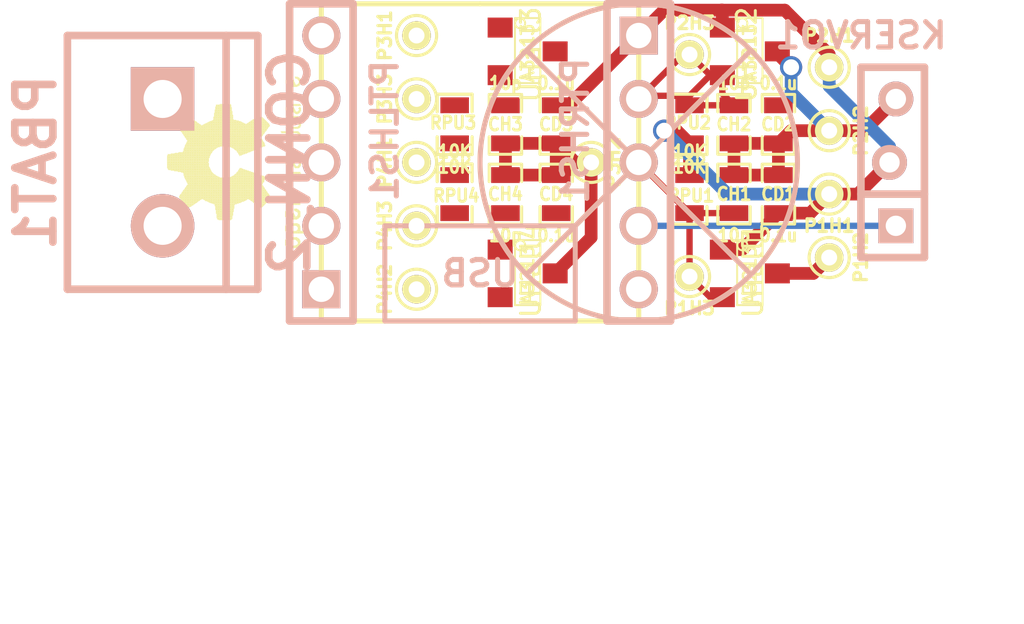
<source format=kicad_pcb>
(kicad_pcb (version 3) (host pcbnew "(2013-mar-25)-stable")
  (layers (15 F.Cu signal) (0 B.Cu signal) (18 B.Paste user) (19 F.Paste user) (20 B.SilkS user) (21 F.SilkS user) (22 B.Mask user) (23 F.Mask user) (28 Edge.Cuts user))
  (net 0 "")
  (net 1 +BATT)
  (net 2 /PB0)
  (net 3 /hallsensor1/hall1)
  (net 4 /hallsensor2/hall2)
  (net 5 /hallsensor3/hall3)
  (net 6 /hallsensor4/hall4)
  (net 7 VCC)
  (net 8 VSS)
  (module SOT-23W (layer F.Cu) (at 46.355 46.355 270)
    (fp_text reference UHall3 (at 0.127 -0.127 270) (layer F.SilkS) (effects (font (size 0.762 0.762) (thickness 0.11938))))
    (fp_text value A3213 (at 0.0635 0 270) (layer F.SilkS) (effects (font (size 0.50038 0.50038) (thickness 0.09906))))
    (pad 2 smd rect (at 0 -1.09982 270) (size 0.8001 1.00076) (layers F.Cu F.Paste F.Mask) (net 8 VSS))
    (pad 3 smd rect (at 0.9525 1.09982 270) (size 0.8001 1.00076) (layers F.Cu F.Paste F.Mask) (net 5 /hallsensor3/hall3))
    (pad 1 smd rect (at -0.9525 1.09982 270) (size 0.8001 1.00076) (layers F.Cu F.Paste F.Mask) (net 7 VCC))
  )
  (module SOT-23W (layer F.Cu) (at 55.245 46.355 270)
    (fp_text reference UHall2 (at 0.127 0.127 270) (layer F.SilkS) (effects (font (size 0.762 0.762) (thickness 0.11938))))
    (fp_text value A3213 (at 0.0635 0 270) (layer F.SilkS) (effects (font (size 0.50038 0.50038) (thickness 0.09906))))
    (pad 2 smd rect (at 0 -1.09982 270) (size 0.8001 1.00076) (layers F.Cu F.Paste F.Mask) (net 8 VSS))
    (pad 3 smd rect (at 0.9525 1.09982 270) (size 0.8001 1.00076) (layers F.Cu F.Paste F.Mask) (net 4 /hallsensor2/hall2))
    (pad 1 smd rect (at -0.9525 1.09982 270) (size 0.8001 1.00076) (layers F.Cu F.Paste F.Mask) (net 7 VCC))
  )
  (module SOT-23W (layer F.Cu) (at 46.355 55.245 270)
    (fp_text reference UHall4 (at -0.127 -0.127 270) (layer F.SilkS) (effects (font (size 0.762 0.762) (thickness 0.11938))))
    (fp_text value A3213 (at 0.0635 0 270) (layer F.SilkS) (effects (font (size 0.50038 0.50038) (thickness 0.09906))))
    (pad 2 smd rect (at 0 -1.09982 270) (size 0.8001 1.00076) (layers F.Cu F.Paste F.Mask) (net 8 VSS))
    (pad 3 smd rect (at 0.9525 1.09982 270) (size 0.8001 1.00076) (layers F.Cu F.Paste F.Mask) (net 6 /hallsensor4/hall4))
    (pad 1 smd rect (at -0.9525 1.09982 270) (size 0.8001 1.00076) (layers F.Cu F.Paste F.Mask) (net 7 VCC))
  )
  (module SOT-23W (layer F.Cu) (at 55.245 55.245 270)
    (fp_text reference UHall1 (at -0.127 -0.127 270) (layer F.SilkS) (effects (font (size 0.762 0.762) (thickness 0.11938))))
    (fp_text value A3213 (at 0.0635 0 270) (layer F.SilkS) (effects (font (size 0.50038 0.50038) (thickness 0.09906))))
    (pad 2 smd rect (at 0 -1.09982 270) (size 0.8001 1.00076) (layers F.Cu F.Paste F.Mask) (net 8 VSS))
    (pad 3 smd rect (at 0.9525 1.09982 270) (size 0.8001 1.00076) (layers F.Cu F.Paste F.Mask) (net 3 /hallsensor1/hall1))
    (pad 1 smd rect (at -0.9525 1.09982 270) (size 0.8001 1.00076) (layers F.Cu F.Paste F.Mask) (net 7 VCC))
  )
  (module SM0603_Resistor (layer F.Cu) (at 52.832 52.07 270)
    (fp_text reference RPU1 (at 0.0635 -0.0635 360) (layer F.SilkS) (effects (font (size 0.50038 0.4572) (thickness 0.1143))))
    (fp_text value 10K (at -1.69926 0 360) (layer F.SilkS) (effects (font (size 0.508 0.4572) (thickness 0.1143))))
    (pad 1 smd rect (at -0.762 0 270) (size 0.635 1.143) (layers F.Cu F.Paste F.Mask) (net 7 VCC))
    (pad 2 smd rect (at 0.762 0 270) (size 0.635 1.143) (layers F.Cu F.Paste F.Mask) (net 3 /hallsensor1/hall1))
  )
  (module SM0603_Resistor (layer F.Cu) (at 52.832 49.276 90)
    (fp_text reference RPU2 (at 0.0635 -0.0635 180) (layer F.SilkS) (effects (font (size 0.50038 0.4572) (thickness 0.1143))))
    (fp_text value 10K (at -1.69926 0 180) (layer F.SilkS) (effects (font (size 0.508 0.4572) (thickness 0.1143))))
    (pad 1 smd rect (at -0.762 0 90) (size 0.635 1.143) (layers F.Cu F.Paste F.Mask) (net 7 VCC))
    (pad 2 smd rect (at 0.762 0 90) (size 0.635 1.143) (layers F.Cu F.Paste F.Mask) (net 4 /hallsensor2/hall2))
  )
  (module SM0603_Resistor (layer F.Cu) (at 43.434 49.276 90)
    (fp_text reference RPU3 (at 0.0635 -0.0635 180) (layer F.SilkS) (effects (font (size 0.50038 0.4572) (thickness 0.1143))))
    (fp_text value 10K (at -1.69926 0 180) (layer F.SilkS) (effects (font (size 0.508 0.4572) (thickness 0.1143))))
    (pad 1 smd rect (at -0.762 0 90) (size 0.635 1.143) (layers F.Cu F.Paste F.Mask) (net 7 VCC))
    (pad 2 smd rect (at 0.762 0 90) (size 0.635 1.143) (layers F.Cu F.Paste F.Mask) (net 5 /hallsensor3/hall3))
  )
  (module SM0603_Resistor (layer F.Cu) (at 43.434 52.07 270)
    (fp_text reference RPU4 (at 0.0635 -0.0635 360) (layer F.SilkS) (effects (font (size 0.50038 0.4572) (thickness 0.1143))))
    (fp_text value 10K (at -1.69926 0 360) (layer F.SilkS) (effects (font (size 0.508 0.4572) (thickness 0.1143))))
    (pad 1 smd rect (at -0.762 0 270) (size 0.635 1.143) (layers F.Cu F.Paste F.Mask) (net 7 VCC))
    (pad 2 smd rect (at 0.762 0 270) (size 0.635 1.143) (layers F.Cu F.Paste F.Mask) (net 6 /hallsensor4/hall4))
  )
  (module SM0603_Capa (layer F.Cu) (at 45.466 49.276 270)
    (fp_text reference CH3 (at 0 0 360) (layer F.SilkS) (effects (font (size 0.508 0.4572) (thickness 0.1143))))
    (fp_text value 10p (at -1.651 0 360) (layer F.SilkS) (effects (font (size 0.508 0.4572) (thickness 0.1143))))
    (pad 1 smd rect (at -0.762 0 270) (size 0.635 1.143) (layers F.Cu F.Paste F.Mask) (net 5 /hallsensor3/hall3))
    (pad 2 smd rect (at 0.762 0 270) (size 0.635 1.143) (layers F.Cu F.Paste F.Mask) (net 8 VSS))
  )
  (module SM0603_Capa (layer F.Cu) (at 47.498 49.276 270)
    (fp_text reference CD3 (at 0 0 360) (layer F.SilkS) (effects (font (size 0.508 0.4572) (thickness 0.1143))))
    (fp_text value 0.1u (at -1.651 0 360) (layer F.SilkS) (effects (font (size 0.508 0.4572) (thickness 0.1143))))
    (pad 1 smd rect (at -0.762 0 270) (size 0.635 1.143) (layers F.Cu F.Paste F.Mask) (net 7 VCC))
    (pad 2 smd rect (at 0.762 0 270) (size 0.635 1.143) (layers F.Cu F.Paste F.Mask) (net 8 VSS))
  )
  (module SM0603_Capa (layer F.Cu) (at 45.466 52.07 90)
    (fp_text reference CH4 (at 0 0 180) (layer F.SilkS) (effects (font (size 0.508 0.4572) (thickness 0.1143))))
    (fp_text value 10p (at -1.651 0 180) (layer F.SilkS) (effects (font (size 0.508 0.4572) (thickness 0.1143))))
    (pad 1 smd rect (at -0.762 0 90) (size 0.635 1.143) (layers F.Cu F.Paste F.Mask) (net 6 /hallsensor4/hall4))
    (pad 2 smd rect (at 0.762 0 90) (size 0.635 1.143) (layers F.Cu F.Paste F.Mask) (net 8 VSS))
  )
  (module SM0603_Capa (layer F.Cu) (at 47.498 52.07 90)
    (fp_text reference CD4 (at 0 0 180) (layer F.SilkS) (effects (font (size 0.508 0.4572) (thickness 0.1143))))
    (fp_text value 0.1u (at -1.651 0 180) (layer F.SilkS) (effects (font (size 0.508 0.4572) (thickness 0.1143))))
    (pad 1 smd rect (at -0.762 0 90) (size 0.635 1.143) (layers F.Cu F.Paste F.Mask) (net 7 VCC))
    (pad 2 smd rect (at 0.762 0 90) (size 0.635 1.143) (layers F.Cu F.Paste F.Mask) (net 8 VSS))
  )
  (module SM0603_Capa (layer F.Cu) (at 54.61 52.07 90)
    (fp_text reference CH1 (at 0 0 180) (layer F.SilkS) (effects (font (size 0.508 0.4572) (thickness 0.1143))))
    (fp_text value 10p (at -1.651 0 180) (layer F.SilkS) (effects (font (size 0.508 0.4572) (thickness 0.1143))))
    (pad 1 smd rect (at -0.762 0 90) (size 0.635 1.143) (layers F.Cu F.Paste F.Mask) (net 3 /hallsensor1/hall1))
    (pad 2 smd rect (at 0.762 0 90) (size 0.635 1.143) (layers F.Cu F.Paste F.Mask) (net 8 VSS))
  )
  (module SM0603_Capa (layer F.Cu) (at 56.388 52.07 90)
    (fp_text reference CD1 (at 0 0 180) (layer F.SilkS) (effects (font (size 0.508 0.4572) (thickness 0.1143))))
    (fp_text value 0.1u (at -1.651 0 180) (layer F.SilkS) (effects (font (size 0.508 0.4572) (thickness 0.1143))))
    (pad 1 smd rect (at -0.762 0 90) (size 0.635 1.143) (layers F.Cu F.Paste F.Mask) (net 7 VCC))
    (pad 2 smd rect (at 0.762 0 90) (size 0.635 1.143) (layers F.Cu F.Paste F.Mask) (net 8 VSS))
  )
  (module SM0603_Capa (layer F.Cu) (at 54.61 49.276 270)
    (fp_text reference CH2 (at 0 0 360) (layer F.SilkS) (effects (font (size 0.508 0.4572) (thickness 0.1143))))
    (fp_text value 10p (at -1.651 0 360) (layer F.SilkS) (effects (font (size 0.508 0.4572) (thickness 0.1143))))
    (pad 1 smd rect (at -0.762 0 270) (size 0.635 1.143) (layers F.Cu F.Paste F.Mask) (net 4 /hallsensor2/hall2))
    (pad 2 smd rect (at 0.762 0 270) (size 0.635 1.143) (layers F.Cu F.Paste F.Mask) (net 8 VSS))
  )
  (module SM0603_Capa (layer F.Cu) (at 56.388 49.276 270)
    (fp_text reference CD2 (at 0 0 360) (layer F.SilkS) (effects (font (size 0.508 0.4572) (thickness 0.1143))))
    (fp_text value 0.1u (at -1.651 0 360) (layer F.SilkS) (effects (font (size 0.508 0.4572) (thickness 0.1143))))
    (pad 1 smd rect (at -0.762 0 270) (size 0.635 1.143) (layers F.Cu F.Paste F.Mask) (net 7 VCC))
    (pad 2 smd rect (at 0.762 0 270) (size 0.635 1.143) (layers F.Cu F.Paste F.Mask) (net 8 VSS))
  )
  (module SIL3-offset-0p005 (layer B.Cu) (at 60.96 50.8 90)
    (fp_text reference KSERVO1 (at 5.08 -1.27 360) (layer B.SilkS) (effects (font (size 1.016 1.016) (thickness 0.2032)) (justify mirror)))
    (fp_text value CONN_3 hide)
    (pad 1 thru_hole rect (at -2.54 0.127 90) (size 1.397 1.397) (drill 0.8128) (layers *.Cu *.Mask B.SilkS) (net 2 /PB0))
    (pad 2 thru_hole circle (at 0 -0.127 90) (size 1.397 1.397) (drill 0.8128) (layers *.Cu *.Mask B.SilkS) (net 7 VCC))
    (pad 3 thru_hole circle (at 2.54 0.127 90) (size 1.397 1.397) (drill 0.8128) (layers *.Cu *.Mask B.SilkS) (net 8 VSS))
  )
  (module PIN_ARRAY_5x1 (layer B.Cu) (at 38.1 50.8 90)
    (fp_text reference PTLHS1 (at 1.27 2.54 90) (layer B.SilkS) (effects (font (size 1.016 1.016) (thickness 0.2032)) (justify mirror)))
    (fp_text value CONN_5 hide)
    (pad 1 thru_hole rect (at -5.08 0 90) (size 1.524 1.524) (drill 1.016) (layers *.Cu *.Mask B.SilkS) (net 1 +BATT))
    (pad 2 thru_hole circle (at -2.54 0 90) (size 1.524 1.524) (drill 1.016) (layers *.Cu *.Mask B.SilkS) (net 8 VSS))
    (pad 3 thru_hole circle (at 0 0 90) (size 1.524 1.524) (drill 1.016) (layers *.Cu *.Mask B.SilkS) (net 6 /hallsensor4/hall4))
    (pad 4 thru_hole circle (at 2.54 0 90) (size 1.524 1.524) (drill 1.016) (layers *.Cu *.Mask B.SilkS) (net 5 /hallsensor3/hall3))
    (pad 5 thru_hole circle (at 5.08 0 90) (size 1.524 1.524) (drill 1.016) (layers *.Cu *.Mask B.SilkS))
  )
  (module PIN_ARRAY_5x1 (layer B.Cu) (at 50.8 50.8 270)
    (fp_text reference PTRHS1 (at -1.27 2.54 270) (layer B.SilkS) (effects (font (size 1.016 1.016) (thickness 0.2032)) (justify mirror)))
    (fp_text value CONN_5 hide)
    (pad 1 thru_hole rect (at -5.08 0 270) (size 1.524 1.524) (drill 1.016) (layers *.Cu *.Mask B.SilkS) (net 7 VCC))
    (pad 2 thru_hole circle (at -2.54 0 270) (size 1.524 1.524) (drill 1.016) (layers *.Cu *.Mask B.SilkS) (net 4 /hallsensor2/hall2))
    (pad 3 thru_hole circle (at 0 0 270) (size 1.524 1.524) (drill 1.016) (layers *.Cu *.Mask B.SilkS) (net 3 /hallsensor1/hall1))
    (pad 4 thru_hole circle (at 2.54 0 270) (size 1.524 1.524) (drill 1.016) (layers *.Cu *.Mask B.SilkS) (net 2 /PB0))
    (pad 5 thru_hole circle (at 5.08 0 270) (size 1.524 1.524) (drill 1.016) (layers *.Cu *.Mask B.SilkS))
  )
  (module bornier2 (layer B.Cu) (at 31.75 50.8 270)
    (fp_text reference PBAT1 (at 0 5.08 270) (layer B.SilkS) (effects (font (size 1.524 1.524) (thickness 0.3048)) (justify mirror)))
    (fp_text value CONN_2 (at 0 -5.08 270) (layer B.SilkS) (effects (font (size 1.524 1.524) (thickness 0.3048)) (justify mirror)))
    (pad 1 thru_hole rect (at -2.54 0 270) (size 2.54 2.54) (drill 1.524) (layers *.Cu *.Mask B.SilkS) (net 8 VSS))
    (pad 2 thru_hole circle (at 2.54 0 270) (size 2.54 2.54) (drill 1.524) (layers *.Cu *.Mask B.SilkS) (net 1 +BATT))
  )
  (module PINTST (layer F.Cu) (at 41.91 48.26 90)
    (fp_text reference P3H3 (at 0 -1.26746 90) (layer F.SilkS) (effects (font (size 0.508 0.508) (thickness 0.127))))
    (fp_text value CONN_1 hide)
    (pad 1 thru_hole circle (at 0 0 90) (size 1.143 1.143) (drill 0.635) (layers *.Cu *.Mask F.SilkS) (net 5 /hallsensor3/hall3))
  )
  (module PINTST (layer F.Cu) (at 48.895 50.8 270)
    (fp_text reference P3H2 (at 0 -0.889 270) (layer F.SilkS) (effects (font (size 0.508 0.508) (thickness 0.127))))
    (fp_text value CONN_1 hide)
    (pad 1 thru_hole circle (at 0 0 270) (size 1.143 1.143) (drill 0.635) (layers *.Cu *.Mask F.SilkS) (net 8 VSS))
  )
  (module PINTST (layer F.Cu) (at 41.91 45.72 90)
    (fp_text reference P3H1 (at 0 -1.26746 90) (layer F.SilkS) (effects (font (size 0.508 0.508) (thickness 0.127))))
    (fp_text value CONN_1 hide)
    (pad 1 thru_hole circle (at 0 0 90) (size 1.143 1.143) (drill 0.635) (layers *.Cu *.Mask F.SilkS) (net 7 VCC))
  )
  (module PINTST (layer F.Cu) (at 41.91 53.34 90)
    (fp_text reference P4H3 (at 0 -1.26746 90) (layer F.SilkS) (effects (font (size 0.508 0.508) (thickness 0.127))))
    (fp_text value CONN_1 hide)
    (pad 1 thru_hole circle (at 0 0 90) (size 1.143 1.143) (drill 0.635) (layers *.Cu *.Mask F.SilkS) (net 6 /hallsensor4/hall4))
  )
  (module PINTST (layer F.Cu) (at 41.91 55.88 90)
    (fp_text reference P4H2 (at 0 -1.27 90) (layer F.SilkS) (effects (font (size 0.508 0.508) (thickness 0.127))))
    (fp_text value CONN_1 hide)
    (pad 1 thru_hole circle (at 0 0 90) (size 1.143 1.143) (drill 0.635) (layers *.Cu *.Mask F.SilkS) (net 8 VSS))
  )
  (module PINTST (layer F.Cu) (at 41.91 50.8 90)
    (fp_text reference P4H1 (at 0 -1.26746 90) (layer F.SilkS) (effects (font (size 0.508 0.508) (thickness 0.127))))
    (fp_text value CONN_1 hide)
    (pad 1 thru_hole circle (at 0 0 90) (size 1.143 1.143) (drill 0.635) (layers *.Cu *.Mask F.SilkS) (net 7 VCC))
  )
  (module PINTST (layer F.Cu) (at 52.832 55.372 180)
    (fp_text reference P1H3 (at 0 -1.26746 180) (layer F.SilkS) (effects (font (size 0.508 0.508) (thickness 0.127))))
    (fp_text value CONN_1 hide)
    (pad 1 thru_hole circle (at 0 0 180) (size 1.143 1.143) (drill 0.635) (layers *.Cu *.Mask F.SilkS) (net 3 /hallsensor1/hall1))
  )
  (module PINTST (layer F.Cu) (at 58.42 54.61 270)
    (fp_text reference P1H2 (at 0 -1.26746 270) (layer F.SilkS) (effects (font (size 0.508 0.508) (thickness 0.127))))
    (fp_text value CONN_1 hide)
    (pad 1 thru_hole circle (at 0 0 270) (size 1.143 1.143) (drill 0.635) (layers *.Cu *.Mask F.SilkS) (net 8 VSS))
  )
  (module PINTST (layer F.Cu) (at 58.42 52.07 180)
    (fp_text reference P1H1 (at 0 -1.26746 180) (layer F.SilkS) (effects (font (size 0.508 0.508) (thickness 0.127))))
    (fp_text value CONN_1 hide)
    (pad 1 thru_hole circle (at 0 0 180) (size 1.143 1.143) (drill 0.635) (layers *.Cu *.Mask F.SilkS) (net 7 VCC))
  )
  (module PINTST (layer F.Cu) (at 58.42 46.99)
    (fp_text reference P2H1 (at 0 -1.26746) (layer F.SilkS) (effects (font (size 0.508 0.508) (thickness 0.127))))
    (fp_text value CONN_1 hide)
    (pad 1 thru_hole circle (at 0 0) (size 1.143 1.143) (drill 0.635) (layers *.Cu *.Mask F.SilkS) (net 7 VCC))
  )
  (module PINTST (layer F.Cu) (at 58.42 49.53 270)
    (fp_text reference P2H2 (at 0 -1.26746 270) (layer F.SilkS) (effects (font (size 0.508 0.508) (thickness 0.127))))
    (fp_text value CONN_1 hide)
    (pad 1 thru_hole circle (at 0 0 270) (size 1.143 1.143) (drill 0.635) (layers *.Cu *.Mask F.SilkS) (net 8 VSS))
  )
  (module PINTST (layer F.Cu) (at 52.832 46.482)
    (fp_text reference P2H3 (at 0 -1.26746) (layer F.SilkS) (effects (font (size 0.508 0.508) (thickness 0.127))))
    (fp_text value CONN_1 hide)
    (pad 1 thru_hole circle (at 0 0) (size 1.143 1.143) (drill 0.635) (layers *.Cu *.Mask F.SilkS) (net 4 /hallsensor2/hall2))
  )
  (module OSHWLOGO0.3IN (layer F.Cu) (at 30.988 54.61 90)
    (fp_text reference G*** hide)
    (fp_text value LOGO hide)
  )
  (gr_text USB (at 44.45 55.245) (layer B.SilkS) (effects (font (size 1.016 1.016) (thickness 0.2032)) (justify mirror)))
  (gr_line (start 48.26 57.15) (end 40.64 57.15) (angle 90) (layer B.SilkS) (width 0.2))
  (gr_line (start 48.26 53.34) (end 48.26 57.15) (angle 90) (layer B.SilkS) (width 0.2))
  (gr_line (start 40.64 53.34) (end 48.26 53.34) (angle 90) (layer B.SilkS) (width 0.2))
  (gr_line (start 40.64 57.15) (end 40.64 53.34) (angle 90) (layer B.SilkS) (width 0.2))
  (gr_circle (center 50.8 50.8) (end 57.15 50.8) (layer F.SilkS) (width 0.2))
  (gr_line (start 46.355 46.355) (end 55.245 55.245) (angle 90) (layer B.SilkS) (width 0.2))
  (gr_line (start 55.245 46.355) (end 46.355 55.245) (angle 90) (layer B.SilkS) (width 0.2))
  (gr_line (start 55.245 55.245) (end 46.355 46.355) (angle 90) (layer F.SilkS) (width 0.2))
  (gr_line (start 55.245 46.355) (end 46.355 55.245) (angle 90) (layer F.SilkS) (width 0.2))
  (gr_circle (center 50.8 50.8) (end 57.15 50.8) (layer B.SilkS) (width 0.2))
  (gr_line (start 38.1 44.45) (end 44.45 44.45) (angle 90) (layer F.SilkS) (width 0.2))
  (gr_line (start 38.1 57.15) (end 38.1 44.45) (angle 90) (layer F.SilkS) (width 0.2))
  (gr_line (start 44.45 57.15) (end 38.1 57.15) (angle 90) (layer F.SilkS) (width 0.2))
  (gr_line (start 50.8 57.15) (end 44.45 57.15) (angle 90) (layer F.SilkS) (width 0.2))
  (gr_line (start 50.8 44.45) (end 50.8 57.15) (angle 90) (layer F.SilkS) (width 0.2))
  (gr_line (start 44.45 44.45) (end 50.8 44.45) (angle 90) (layer F.SilkS) (width 0.2))
  (segment (start 50.8 53.34) (end 61.087 53.34) (width 0.254) (layer B.Cu) (net 2))
  (segment (start 54.14518 56.1975) (end 53.6575 56.1975) (width 0.254) (layer F.Cu) (net 3))
  (segment (start 53.6575 56.1975) (end 52.832 55.372) (width 0.254) (layer F.Cu) (net 3))
  (segment (start 52.832 55.372) (end 52.832 52.832) (width 0.254) (layer F.Cu) (net 3))
  (segment (start 52.832 52.832) (end 50.8 50.8) (width 0.254) (layer F.Cu) (net 3))
  (segment (start 54.61 52.832) (end 52.832 52.832) (width 0.254) (layer F.Cu) (net 3))
  (segment (start 52.832 52.832) (end 50.8 50.8) (width 0.254) (layer F.Cu) (net 3))
  (segment (start 54.14518 47.3075) (end 54.14518 48.04918) (width 0.254) (layer F.Cu) (net 4))
  (segment (start 54.14518 48.04918) (end 54.61 48.514) (width 0.254) (layer F.Cu) (net 4))
  (segment (start 54.61 48.514) (end 52.832 48.514) (width 0.254) (layer F.Cu) (net 4))
  (segment (start 54.14518 47.3075) (end 53.6575 47.3075) (width 0.254) (layer F.Cu) (net 4))
  (segment (start 53.6575 47.3075) (end 52.832 46.482) (width 0.254) (layer F.Cu) (net 4))
  (segment (start 52.832 46.482) (end 52.578 46.482) (width 0.254) (layer F.Cu) (net 4))
  (segment (start 52.578 46.482) (end 50.8 48.26) (width 0.254) (layer F.Cu) (net 4))
  (segment (start 50.927 48.133) (end 50.8 48.26) (width 0.254) (layer F.Cu) (net 4))
  (segment (start 52.832 48.133) (end 50.927 48.133) (width 0.254) (layer F.Cu) (net 4))
  (segment (start 53.6575 47.3075) (end 52.832 48.133) (width 0.254) (layer F.Cu) (net 4))
  (segment (start 54.14518 45.4025) (end 54.14518 44.704) (width 0.508) (layer F.Cu) (net 7))
  (segment (start 54.14518 44.704) (end 54.102 44.704) (width 0.508) (layer F.Cu) (net 7))
  (segment (start 58.42 46.99) (end 58.42 46.482) (width 0.508) (layer F.Cu) (net 7))
  (segment (start 51.816 44.704) (end 50.8 45.72) (width 0.508) (layer F.Cu) (net 7))
  (segment (start 56.642 44.704) (end 54.102 44.704) (width 0.508) (layer F.Cu) (net 7))
  (segment (start 54.102 44.704) (end 51.816 44.704) (width 0.508) (layer F.Cu) (net 7))
  (segment (start 58.42 46.482) (end 56.642 44.704) (width 0.508) (layer F.Cu) (net 7))
  (segment (start 47.498 48.514) (end 48.006 48.514) (width 0.508) (layer F.Cu) (net 7))
  (segment (start 48.006 48.514) (end 50.8 45.72) (width 0.508) (layer F.Cu) (net 7))
  (segment (start 60.833 50.8) (end 60.833 50.165) (width 0.508) (layer B.Cu) (net 7))
  (segment (start 60.833 50.165) (end 58.42 47.752) (width 0.508) (layer B.Cu) (net 7))
  (segment (start 58.42 47.752) (end 58.42 46.99) (width 0.508) (layer B.Cu) (net 7))
  (segment (start 58.42 52.07) (end 59.563 52.07) (width 0.508) (layer F.Cu) (net 7))
  (segment (start 59.563 52.07) (end 60.833 50.8) (width 0.508) (layer F.Cu) (net 7))
  (segment (start 58.42 52.07) (end 54.356 52.07) (width 0.508) (layer B.Cu) (net 7))
  (via (at 51.816 49.53) (size 0.889) (layers F.Cu B.Cu) (net 7))
  (segment (start 52.324 49.53) (end 51.816 49.53) (width 0.508) (layer F.Cu) (net 7))
  (segment (start 52.324 49.53) (end 52.832 50.038) (width 0.508) (layer F.Cu) (net 7))
  (segment (start 54.356 52.07) (end 51.816 49.53) (width 0.508) (layer B.Cu) (net 7))
  (segment (start 52.832 51.308) (end 52.832 50.038) (width 0.508) (layer F.Cu) (net 7))
  (segment (start 54.14518 54.2925) (end 54.9275 54.2925) (width 0.508) (layer F.Cu) (net 7))
  (segment (start 54.9275 54.2925) (end 56.388 52.832) (width 0.508) (layer F.Cu) (net 7))
  (segment (start 56.388 52.832) (end 57.658 52.832) (width 0.508) (layer F.Cu) (net 7))
  (segment (start 57.658 52.832) (end 58.42 52.07) (width 0.508) (layer F.Cu) (net 7))
  (segment (start 48.895 50.8) (end 48.895 53.80482) (width 0.508) (layer F.Cu) (net 8))
  (segment (start 48.895 53.80482) (end 47.45482 55.245) (width 0.508) (layer F.Cu) (net 8))
  (segment (start 56.34482 46.355) (end 56.34482 46.43882) (width 0.508) (layer F.Cu) (net 8))
  (segment (start 56.896 48.006) (end 58.42 49.53) (width 0.508) (layer B.Cu) (net 8))
  (segment (start 56.896 46.99) (end 56.896 48.006) (width 0.508) (layer B.Cu) (net 8))
  (via (at 56.896 46.99) (size 0.889) (layers F.Cu B.Cu) (net 8))
  (segment (start 56.34482 46.43882) (end 56.896 46.99) (width 0.508) (layer F.Cu) (net 8))
  (segment (start 47.498 51.308) (end 47.752 51.308) (width 0.508) (layer F.Cu) (net 8))
  (segment (start 47.752 51.308) (end 48.26 50.8) (width 0.508) (layer F.Cu) (net 8))
  (segment (start 47.498 51.308) (end 47.498 50.038) (width 0.508) (layer F.Cu) (net 8))
  (segment (start 47.498 51.308) (end 45.466 51.308) (width 0.508) (layer F.Cu) (net 8))
  (segment (start 45.466 51.308) (end 45.466 50.038) (width 0.508) (layer F.Cu) (net 8))
  (segment (start 45.466 50.038) (end 47.498 50.038) (width 0.508) (layer F.Cu) (net 8))
  (segment (start 47.498 50.038) (end 48.26 50.8) (width 0.508) (layer F.Cu) (net 8))
  (segment (start 48.26 50.8) (end 48.895 50.8) (width 0.508) (layer F.Cu) (net 8))
  (segment (start 58.42 49.53) (end 59.817 49.53) (width 0.508) (layer F.Cu) (net 8))
  (segment (start 59.817 49.53) (end 61.087 48.26) (width 0.508) (layer F.Cu) (net 8))
  (segment (start 56.388 50.038) (end 56.388 51.308) (width 0.508) (layer F.Cu) (net 8))
  (segment (start 56.388 51.308) (end 54.61 51.308) (width 0.508) (layer F.Cu) (net 8))
  (segment (start 54.61 51.308) (end 54.61 50.038) (width 0.508) (layer F.Cu) (net 8))
  (segment (start 54.61 50.038) (end 56.388 50.038) (width 0.508) (layer F.Cu) (net 8))
  (segment (start 56.388 50.038) (end 56.896 49.53) (width 0.508) (layer F.Cu) (net 8))
  (segment (start 56.896 49.53) (end 58.42 49.53) (width 0.508) (layer F.Cu) (net 8))
  (segment (start 56.34482 55.245) (end 57.785 55.245) (width 0.508) (layer F.Cu) (net 8))
  (segment (start 57.785 55.245) (end 58.42 54.61) (width 0.508) (layer F.Cu) (net 8))
)
</source>
